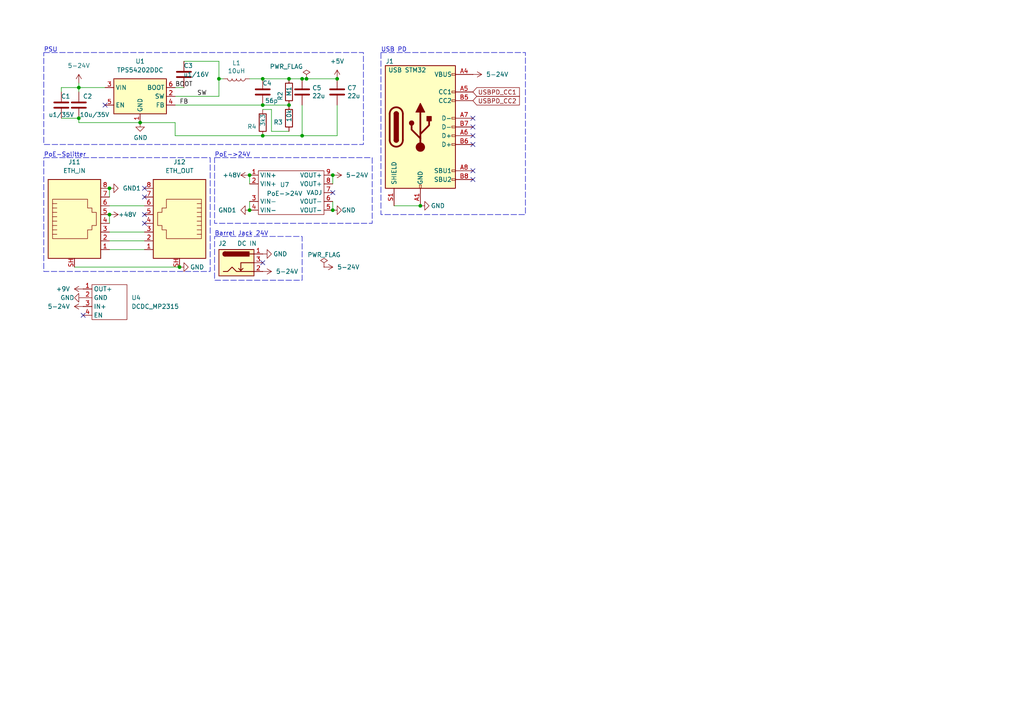
<source format=kicad_sch>
(kicad_sch (version 20250114) (generator "eeschema") (generator_version "9.0")
  (paper "A4")
  (lib_symbols
    (symbol "Connector:8P8C_Shielded" (pin_names (offset 1.016))
      (property "Reference" "J" (at -5.08 13.97 0))
      (property "Value" "8P8C_Shielded" (at 2.54 13.97 0))
      (symbol "8P8C_Shielded_0_1"
        (polyline (pts (xy -6.35 1.905) (xy -5.08 1.905) (xy -5.08 1.905)))
        (polyline (pts (xy -6.35 0.635) (xy -5.08 0.635) (xy -5.08 0.635)))
        (polyline (pts (xy -6.35 -0.635) (xy -5.08 -0.635) (xy -5.08 -0.635)))
        (polyline (pts (xy -6.35 -1.905) (xy -5.08 -1.905) (xy -5.08 -1.905)))
        (polyline (pts (xy -6.35 -3.175) (xy -5.08 -3.175) (xy -5.08 -3.175)))
        (polyline (pts (xy -6.35 -4.445) (xy -6.35 6.985) (xy 3.81 6.985) (xy 3.81 4.445) (xy 5.08 4.445) (xy 5.08 3.175) (xy 6.35 3.175) (xy 6.35 -0.635) (xy 5.08 -0.635) (xy 5.08 -1.905) (xy 3.81 -1.905) (xy 3.81 -4.445) (xy -6.35 -4.445) (xy -6.35 -4.445)))
        (polyline (pts (xy -5.08 5.715) (xy -6.35 5.715)))
        (polyline (pts (xy -5.08 4.445) (xy -6.35 4.445)))
        (polyline (pts (xy -5.08 3.175) (xy -6.35 3.175) (xy -6.35 3.175)))
        (rectangle (start 7.62 12.7) (end -7.62 -10.16) (stroke (width 0.254)) (fill (type background)))
      )
      (symbol "8P8C_Shielded_1_1"
        (pin passive line (at 0 -12.7 90) (length 2.54) (name "~") (number "SH"))
        (pin passive line (at 10.16 10.16 180) (length 2.54) (name "~") (number "8"))
        (pin passive line (at 10.16 7.62 180) (length 2.54) (name "~") (number "7"))
        (pin passive line (at 10.16 5.08 180) (length 2.54) (name "~") (number "6"))
        (pin passive line (at 10.16 2.54 180) (length 2.54) (name "~") (number "5"))
        (pin passive line (at 10.16 0 180) (length 2.54) (name "~") (number "4"))
        (pin passive line (at 10.16 -2.54 180) (length 2.54) (name "~") (number "3"))
        (pin passive line (at 10.16 -5.08 180) (length 2.54) (name "~") (number "2"))
        (pin passive line (at 10.16 -7.62 180) (length 2.54) (name "~") (number "1"))
      )
    )
    (symbol "Connector:Barrel_Jack_Switch" (pin_names (hide yes))
      (property "Reference" "J" (at 0 5.334 0))
      (property "Value" "Barrel_Jack_Switch" (at 0 -5.08 0))
      (symbol "Barrel_Jack_Switch_0_1"
        (rectangle (start -5.08 3.81) (end 5.08 -3.81) (stroke (width 0.254)) (fill (type background)))
        (polyline (pts (xy -3.81 -2.54) (xy -2.54 -2.54) (xy -1.27 -1.27) (xy 0 -2.54) (xy 2.54 -2.54) (xy 5.08 -2.54)) (stroke (width 0.254)))
        (arc (start -3.302 1.905) (mid -3.9343 2.54) (end -3.302 3.175) (stroke (width 0.254)))
        (arc (start -3.302 1.905) (mid -3.9343 2.54) (end -3.302 3.175) (stroke (width 0.254)) (fill (type outline)))
        (polyline (pts (xy 1.27 -2.286) (xy 1.905 -1.651)) (stroke (width 0.254)))
        (rectangle (start 3.683 3.175) (end -3.302 1.905) (stroke (width 0.254)) (fill (type outline)))
        (polyline (pts (xy 5.08 2.54) (xy 3.81 2.54)) (stroke (width 0.254)))
        (polyline (pts (xy 5.08 0) (xy 1.27 0) (xy 1.27 -2.286) (xy 0.635 -1.651)) (stroke (width 0.254)))
      )
      (symbol "Barrel_Jack_Switch_1_1"
        (pin passive line (at 7.62 2.54 180) (length 2.54) (name "~") (number "1"))
        (pin passive line (at 7.62 0 180) (length 2.54) (name "~") (number "3"))
        (pin passive line (at 7.62 -2.54 180) (length 2.54) (name "~") (number "2"))
      )
    )
    (symbol "Connector:USB_C_Receptacle_USB2.0_16P" (pin_names (offset 1.016))
      (property "Reference" "J" (at 0 22.225 0))
      (property "Value" "USB_C_Receptacle_USB2.0_16P" (at 0 19.685 0))
      (symbol "USB_C_Receptacle_USB2.0_16P_0_0"
        (rectangle (start -0.254 -17.78) (end 0.254 -16.764))
        (rectangle (start 10.16 15.494) (end 9.144 14.986))
        (rectangle (start 10.16 10.414) (end 9.144 9.906))
        (rectangle (start 10.16 7.874) (end 9.144 7.366))
        (rectangle (start 10.16 2.794) (end 9.144 2.286))
        (rectangle (start 10.16 0.254) (end 9.144 -0.254))
        (rectangle (start 10.16 -2.286) (end 9.144 -2.794))
        (rectangle (start 10.16 -4.826) (end 9.144 -5.334))
        (rectangle (start 10.16 -12.446) (end 9.144 -12.954))
        (rectangle (start 10.16 -14.986) (end 9.144 -15.494))
      )
      (symbol "USB_C_Receptacle_USB2.0_16P_0_1"
        (rectangle (start -10.16 17.78) (end 10.16 -17.78) (stroke (width 0.254)) (fill (type background)))
        (polyline (pts (xy -8.89 -3.81) (xy -8.89 3.81)) (stroke (width 0.508)))
        (rectangle (start -7.62 -3.81) (end -6.35 3.81) (stroke (width 0.254)) (fill (type outline)))
        (arc (start -7.62 3.81) (mid -6.985 4.4423) (end -6.35 3.81) (stroke (width 0.254)))
        (arc (start -7.62 3.81) (mid -6.985 4.4423) (end -6.35 3.81) (stroke (width 0.254)) (fill (type outline)))
        (arc (start -8.89 3.81) (mid -6.985 5.7067) (end -5.08 3.81) (stroke (width 0.508)))
        (arc (start -5.08 -3.81) (mid -6.985 -5.7067) (end -8.89 -3.81) (stroke (width 0.508)))
        (arc (start -6.35 -3.81) (mid -6.985 -4.4423) (end -7.62 -3.81) (stroke (width 0.254)))
        (arc (start -6.35 -3.81) (mid -6.985 -4.4423) (end -7.62 -3.81) (stroke (width 0.254)) (fill (type outline)))
        (polyline (pts (xy -5.08 3.81) (xy -5.08 -3.81)) (stroke (width 0.508)))
        (circle (center -2.54 1.143) (radius 0.635) (stroke (width 0.254)) (fill (type outline)))
        (polyline (pts (xy -1.27 4.318) (xy 0 6.858) (xy 1.27 4.318) (xy -1.27 4.318)) (stroke (width 0.254)) (fill (type outline)))
        (polyline (pts (xy 0 -2.032) (xy 2.54 0.508) (xy 2.54 1.778)) (stroke (width 0.508)))
        (polyline (pts (xy 0 -3.302) (xy -2.54 -0.762) (xy -2.54 0.508)) (stroke (width 0.508)))
        (polyline (pts (xy 0 -5.842) (xy 0 4.318)) (stroke (width 0.508)))
        (circle (center 0 -5.842) (radius 1.27) (fill (type outline)))
        (rectangle (start 1.905 1.778) (end 3.175 3.048) (stroke (width 0.254)) (fill (type outline)))
      )
      (symbol "USB_C_Receptacle_USB2.0_16P_1_1"
        (pin passive line (at -7.62 -22.86 90) (length 5.08) (name "SHIELD") (number "S1"))
        (pin passive line (at 0 -22.86 90) (length 5.08) (name "GND") (number "A1"))
        (pin passive line (at 0 -22.86 90) (length 5.08) (hide yes) (name "GND") (number "A12"))
        (pin passive line (at 0 -22.86 90) (length 5.08) (hide yes) (name "GND") (number "B1"))
        (pin passive line (at 0 -22.86 90) (length 5.08) (hide yes) (name "GND") (number "B12"))
        (pin passive line (at 15.24 15.24 180) (length 5.08) (name "VBUS") (number "A4"))
        (pin passive line (at 15.24 15.24 180) (length 5.08) (hide yes) (name "VBUS") (number "A9"))
        (pin passive line (at 15.24 15.24 180) (length 5.08) (hide yes) (name "VBUS") (number "B4"))
        (pin passive line (at 15.24 15.24 180) (length 5.08) (hide yes) (name "VBUS") (number "B9"))
        (pin bidirectional line (at 15.24 10.16 180) (length 5.08) (name "CC1") (number "A5"))
        (pin bidirectional line (at 15.24 7.62 180) (length 5.08) (name "CC2") (number "B5"))
        (pin bidirectional line (at 15.24 2.54 180) (length 5.08) (name "D-") (number "A7"))
        (pin bidirectional line (at 15.24 0 180) (length 5.08) (name "D-") (number "B7"))
        (pin bidirectional line (at 15.24 -2.54 180) (length 5.08) (name "D+") (number "A6"))
        (pin bidirectional line (at 15.24 -5.08 180) (length 5.08) (name "D+") (number "B6"))
        (pin bidirectional line (at 15.24 -12.7 180) (length 5.08) (name "SBU1") (number "A8"))
        (pin bidirectional line (at 15.24 -15.24 180) (length 5.08) (name "SBU2") (number "B8"))
      )
    )
    (symbol "Device:C" (pin_numbers (hide yes)) (pin_names (offset 0.254))
      (property "Reference" "C" (at 0.635 2.54 0))
      (property "Value" "C" (at 0.635 -2.54 0))
      (symbol "C_0_1"
        (polyline (pts (xy -2.032 0.762) (xy 2.032 0.762)) (stroke (width 0.508)))
        (polyline (pts (xy -2.032 -0.762) (xy 2.032 -0.762)) (stroke (width 0.508)))
      )
      (symbol "C_1_1"
        (pin passive line (at 0 3.81 270) (length 2.794) (name "~") (number "1"))
        (pin passive line (at 0 -3.81 90) (length 2.794) (name "~") (number "2"))
      )
    )
    (symbol "Device:L" (pin_numbers (hide yes)) (pin_names (offset 1.016) (hide yes))
      (property "Reference" "L" (at -1.27 0 90))
      (property "Value" "L" (at 1.905 0 90))
      (symbol "L_0_1"
        (arc (start 0 2.54) (mid 0.6323 1.905) (end 0 1.27))
        (arc (start 0 1.27) (mid 0.6323 0.635) (end 0 0))
        (arc (start 0 0) (mid 0.6323 -0.635) (end 0 -1.27))
        (arc (start 0 -1.27) (mid 0.6323 -1.905) (end 0 -2.54))
      )
      (symbol "L_1_1"
        (pin passive line (at 0 3.81 270) (length 1.27) (name "1") (number "1"))
        (pin passive line (at 0 -3.81 90) (length 1.27) (name "2") (number "2"))
      )
    )
    (symbol "Device:R" (pin_numbers (hide yes)) (pin_names (offset 0))
      (property "Reference" "R" (at 2.032 0 90))
      (property "Value" "R" (at 0 0 90))
      (symbol "R_0_1"
        (rectangle (start -1.016 -2.54) (end 1.016 2.54) (stroke (width 0.254)))
      )
      (symbol "R_1_1"
        (pin passive line (at 0 3.81 270) (length 1.27) (name "~") (number "1"))
        (pin passive line (at 0 -3.81 90) (length 1.27) (name "~") (number "2"))
      )
    )
    (symbol "Regulator_Switching:TPS54202DDC"
      (property "Reference" "U" (at -7.62 6.35 0))
      (property "Value" "TPS54202DDC" (at 0 6.35 0))
      (symbol "TPS54202DDC_0_1"
        (rectangle (start -7.62 5.08) (end 7.62 -5.08) (stroke (width 0.254)) (fill (type background)))
      )
      (symbol "TPS54202DDC_1_1"
        (pin power_in line (at -10.16 2.54 0) (length 2.54) (name "VIN") (number "3"))
        (pin input line (at -10.16 -2.54 0) (length 2.54) (name "EN") (number "5"))
        (pin power_in line (at 0 -7.62 90) (length 2.54) (name "GND") (number "1"))
        (pin passive line (at 10.16 2.54 180) (length 2.54) (name "BOOT") (number "6"))
        (pin power_out line (at 10.16 0 180) (length 2.54) (name "SW") (number "2"))
        (pin input line (at 10.16 -2.54 180) (length 2.54) (name "FB") (number "4"))
      )
    )
    (symbol "liebler_MODULES:DCDC_MP2315"
      (property "Reference" "U" (at 0 6.35 0))
      (property "Value" "DCDC_MP2315" (at 0 8.89 0))
      (symbol "DCDC_MP2315_0_1"
        (rectangle (start -5.08 5.08) (end 5.08 -5.08))
      )
      (symbol "DCDC_MP2315_1_1"
        (pin power_out line (at -7.62 3.81 0) (length 2.54) (name "OUT+") (number "1"))
        (pin power_in line (at -7.62 1.27 0) (length 2.54) (name "GND") (number "2"))
        (pin power_in line (at -7.62 -1.27 0) (length 2.54) (name "IN+") (number "3"))
        (pin input line (at -7.62 -3.81 0) (length 2.54) (name "EN") (number "4"))
      )
    )
    (symbol "liebler_MODULES:XC7010_MODULE"
      (property "Reference" "U" (at 0 7.874 0))
      (symbol "XC7010_MODULE_0_1"
        (rectangle (start -8.89 6.35) (end 10.16 -6.35))
      )
      (symbol "XC7010_MODULE_1_1"
        (pin power_in line (at -11.43 5.08 0) (length 2.54) (name "VIN+") (number "1"))
        (pin power_in line (at -11.43 2.54 0) (length 2.54) (name "VIN+") (number "2"))
        (pin power_in line (at -11.43 -2.54 0) (length 2.54) (name "VIN-") (number "3"))
        (pin power_in line (at -11.43 -5.08 0) (length 2.54) (name "VIN-") (number "4"))
        (pin power_out line (at 12.7 5.08 180) (length 2.54) (name "VOUT+") (number "9"))
        (pin power_out line (at 12.7 2.54 180) (length 2.54) (name "VOUT+") (number "8"))
        (pin input line (at 12.7 0 180) (length 2.54) (name "VADJ") (number "7"))
        (pin power_out line (at 12.7 -2.54 180) (length 2.54) (name "VOUT-") (number "6"))
        (pin power_out line (at 12.7 -5.08 180) (length 2.54) (name "VOUT-") (number "5"))
      )
    )
    (symbol "power:+48V" (power) (pin_numbers (hide yes)) (pin_names (offset 0) (hide yes))
      (property "Value" "+48V" (at 0 3.556 0))
      (symbol "+48V_0_1"
        (polyline (pts (xy -0.762 1.27) (xy 0 2.54)))
        (polyline (pts (xy 0 2.54) (xy 0.762 1.27)))
        (polyline (pts (xy 0 0) (xy 0 2.54)))
      )
      (symbol "+48V_1_1"
        (pin power_in line (at 0 0 90) (length 0) (name "~") (number "1"))
      )
    )
    (symbol "power:+5V" (power) (pin_numbers (hide yes)) (pin_names (offset 0) (hide yes))
      (property "Value" "+5V" (at 0 3.556 0))
      (symbol "+5V_0_1"
        (polyline (pts (xy -0.762 1.27) (xy 0 2.54)))
        (polyline (pts (xy 0 2.54) (xy 0.762 1.27)))
        (polyline (pts (xy 0 0) (xy 0 2.54)))
      )
      (symbol "+5V_1_1"
        (pin power_in line (at 0 0 90) (length 0) (name "~") (number "1"))
      )
    )
    (symbol "power:+9V" (power) (pin_numbers (hide yes)) (pin_names (offset 0) (hide yes))
      (property "Value" "+9V" (at 0 3.556 0))
      (symbol "+9V_0_1"
        (polyline (pts (xy -0.762 1.27) (xy 0 2.54)))
        (polyline (pts (xy 0 2.54) (xy 0.762 1.27)))
        (polyline (pts (xy 0 0) (xy 0 2.54)))
      )
      (symbol "+9V_1_1"
        (pin power_in line (at 0 0 90) (length 0) (name "~") (number "1"))
      )
    )
    (symbol "power:+VSW" (power) (pin_numbers (hide yes)) (pin_names (offset 0) (hide yes))
      (property "Value" "+VSW" (at 0 3.556 0))
      (symbol "+VSW_0_1"
        (polyline (pts (xy -0.762 1.27) (xy 0 2.54)))
        (polyline (pts (xy 0 2.54) (xy 0.762 1.27)))
        (polyline (pts (xy 0 0) (xy 0 2.54)))
      )
      (symbol "+VSW_1_1"
        (pin power_in line (at 0 0 90) (length 0) (name "~") (number "1"))
      )
    )
    (symbol "power:GND" (power) (pin_numbers (hide yes)) (pin_names (offset 0) (hide yes))
      (property "Value" "GND" (at 0 -3.81 0))
      (symbol "GND_0_1"
        (polyline (pts (xy 0 0) (xy 0 -1.27) (xy 1.27 -1.27) (xy 0 -2.54) (xy -1.27 -1.27) (xy 0 -1.27)))
      )
      (symbol "GND_1_1"
        (pin power_in line (at 0 0 270) (length 0) (name "~") (number "1"))
      )
    )
    (symbol "power:GND1" (power) (pin_numbers (hide yes)) (pin_names (offset 0) (hide yes))
      (property "Value" "GND1" (at 0 -3.81 0))
      (symbol "GND1_0_1"
        (polyline (pts (xy 0 0) (xy 0 -1.27) (xy 1.27 -1.27) (xy 0 -2.54) (xy -1.27 -1.27) (xy 0 -1.27)))
      )
      (symbol "GND1_1_1"
        (pin power_in line (at 0 0 270) (length 0) (name "~") (number "1"))
      )
    )
    (symbol "power:PWR_FLAG" (power) (pin_numbers (hide yes)) (pin_names (offset 0) (hide yes))
      (property "Value" "PWR_FLAG" (at 0 3.81 0))
      (symbol "PWR_FLAG_0_0"
        (pin power_out line (at 0 0 90) (length 0) (name "~") (number "1"))
      )
      (symbol "PWR_FLAG_0_1"
        (polyline (pts (xy 0 0) (xy 0 1.27) (xy -1.016 1.905) (xy 0 2.54) (xy 1.016 1.905) (xy 0 1.27)))
      )
    )
  )
  (rectangle (start 12.7 45.72) (end 60.96 78.74) (stroke (width 0) (type dash)))
  (rectangle (start 62.23 68.58) (end 87.63 81.28) (stroke (width 0) (type dash)))
  (rectangle (start 12.7 15.24) (end 105.41 41.91) (stroke (width 0) (type dash)))
  (rectangle (start 62.23 45.72) (end 107.95 64.77) (stroke (width 0) (type dash)))
  (rectangle (start 110.49 15.24) (end 152.4 62.23) (stroke (width 0) (type dash)))
  (text "PSU" (at 12.7 15.24 0) (effects (font (size 1.27 1.27)) (justify left bottom)))
  (text "PoE->24V" (at 62.23 45.72 0) (effects (font (size 1.27 1.27)) (justify left bottom)))
  (text "Barrel Jack 24V" (at 62.23 68.58 0) (effects (font (size 1.27 1.27)) (justify left bottom)))
  (text "USB PD" (at 110.49 15.24 0) (effects (font (size 1.27 1.27)) (justify left bottom)))
  (text "PoE-Splitter" (at 12.7 45.72 0) (effects (font (size 1.27 1.27)) (justify left bottom)))
  (junction (at 87.63 22.86))
  (junction (at 76.2 30.48))
  (junction (at 31.75 62.23))
  (junction (at 96.52 50.8))
  (junction (at 76.2 39.37))
  (junction (at 31.75 54.61))
  (junction (at 72.39 60.96))
  (junction (at 22.86 34.29))
  (junction (at 87.63 39.37))
  (junction (at 83.82 22.86))
  (junction (at 22.86 25.4))
  (junction (at 88.9 22.86))
  (junction (at 96.52 60.96))
  (junction (at 63.5 22.86))
  (junction (at 52.07 77.47))
  (junction (at 40.64 35.56))
  (junction (at 121.92 59.69))
  (junction (at 97.79 22.86))
  (junction (at 72.39 50.8))
  (junction (at 83.82 30.48))
  (junction (at 76.2 22.86))
  (no_connect (at 24.13 91.44))
  (no_connect (at 137.16 41.91))
  (no_connect (at 41.91 57.15))
  (no_connect (at 137.16 39.37))
  (no_connect (at 137.16 52.07))
  (no_connect (at 41.91 62.23))
  (no_connect (at 137.16 36.83))
  (no_connect (at 76.2 76.2))
  (no_connect (at 137.16 49.53))
  (no_connect (at 137.16 34.29))
  (no_connect (at 96.52 55.88))
  (no_connect (at 41.91 64.77))
  (no_connect (at 41.91 54.61))
  (no_connect (at 30.48 30.48))
  (wire (pts (xy 72.39 22.86) (xy 76.2 22.86)))
  (wire (pts (xy 78.74 38.1) (xy 78.74 31.75)))
  (wire (pts (xy 76.2 22.86) (xy 83.82 22.86)))
  (wire (pts (xy 88.9 22.86) (xy 97.79 22.86)))
  (wire (pts (xy 96.52 58.42) (xy 96.52 60.96)))
  (wire (pts (xy 87.63 30.48) (xy 87.63 39.37)))
  (wire (pts (xy 64.77 22.86) (xy 63.5 22.86)))
  (wire (pts (xy 72.39 50.8) (xy 72.39 53.34)))
  (wire (pts (xy 31.75 69.85) (xy 41.91 69.85)))
  (wire (pts (xy 22.86 25.4) (xy 30.48 25.4)))
  (wire (pts (xy 53.34 25.4) (xy 50.8 25.4)))
  (wire (pts (xy 50.8 39.37) (xy 76.2 39.37)))
  (wire (pts (xy 17.78 25.4) (xy 22.86 25.4)))
  (wire (pts (xy 22.86 35.56) (xy 22.86 34.29)))
  (wire (pts (xy 31.75 54.61) (xy 31.75 57.15)))
  (wire (pts (xy 72.39 58.42) (xy 72.39 60.96)))
  (wire (pts (xy 63.5 22.86) (xy 63.5 27.94)))
  (wire (pts (xy 76.2 39.37) (xy 87.63 39.37)))
  (wire (pts (xy 31.75 59.69) (xy 41.91 59.69)))
  (wire (pts (xy 22.86 26.67) (xy 22.86 25.4)))
  (wire (pts (xy 53.34 17.78) (xy 63.5 17.78)))
  (wire (pts (xy 96.52 50.8) (xy 96.52 53.34)))
  (wire (pts (xy 50.8 30.48) (xy 76.2 30.48)))
  (wire (pts (xy 87.63 22.86) (xy 88.9 22.86)))
  (wire (pts (xy 83.82 38.1) (xy 78.74 38.1)))
  (wire (pts (xy 83.82 22.86) (xy 87.63 22.86)))
  (wire (pts (xy 22.86 35.56) (xy 40.64 35.56)))
  (wire (pts (xy 50.8 27.94) (xy 63.5 27.94)))
  (wire (pts (xy 31.75 62.23) (xy 31.75 64.77)))
  (wire (pts (xy 31.75 72.39) (xy 41.91 72.39)))
  (wire (pts (xy 31.75 67.31) (xy 41.91 67.31)))
  (wire (pts (xy 17.78 26.67) (xy 17.78 25.4)))
  (wire (pts (xy 78.74 31.75) (xy 76.2 31.75)))
  (wire (pts (xy 50.8 35.56) (xy 40.64 35.56)))
  (wire (pts (xy 22.86 25.4) (xy 22.86 24.13)))
  (wire (pts (xy 21.59 77.47) (xy 52.07 77.47)))
  (wire (pts (xy 97.79 30.48) (xy 97.79 39.37)))
  (wire (pts (xy 87.63 39.37) (xy 97.79 39.37)))
  (wire (pts (xy 17.78 34.29) (xy 22.86 34.29)))
  (wire (pts (xy 76.2 30.48) (xy 83.82 30.48)))
  (wire (pts (xy 114.3 59.69) (xy 121.92 59.69)))
  (wire (pts (xy 50.8 39.37) (xy 50.8 35.56)))
  (wire (pts (xy 63.5 17.78) (xy 63.5 22.86)))
  (label "BOOT" (at 50.8 25.4 0))
  (label "FB" (at 52.07 30.48 0))
  (label "SW" (at 57.15 27.94 0))
  (global_label "USBPD_CC2" (shape input) (at 137.16 29.21 0) (property "Intersheetrefs" "${INTERSHEET_REFS}" (effects (hide yes))))
  (global_label "USBPD_CC1" (shape input) (at 137.16 26.67 0) (property "Intersheetrefs" "${INTERSHEET_REFS}" (effects (hide yes))))
  (symbol (lib_id "power:+9V") (at 24.13 83.82 90) (unit 1)
    (property "Reference" "#PWR070" (effects (hide yes)))
    (property "Value" "+9V" (at 20.32 83.8199 90) (effects (justify left)))
    (property "Description" "Power symbol creates a global label with name \"+9V\"" (effects (hide yes)))
  )
  (symbol (lib_id "power:GND") (at 52.07 77.47 90) (unit 1)
    (property "Reference" "#PWR080" (effects (hide yes)))
    (property "Value" "GND" (at 55.118 77.47 90) (effects (justify right)))
    (property "Description" "Power symbol creates a global label with name \"GND\" , ground" (effects (hide yes)))
  )
  (symbol (lib_id "power:+VSW") (at 96.52 50.8 270) (unit 1)
    (property "Reference" "#PWR041" (effects (hide yes)))
    (property "Value" "5-24V" (at 100.33 50.7999 90) (effects (justify left)))
    (property "Description" "Power symbol creates a global label with name \"+VSW\"" (effects (hide yes)))
  )
  (symbol (lib_id "Connector:8P8C_Shielded") (at 21.59 64.77 0) (unit 1)
    (property "Reference" "J11" (at 21.59 46.99 0))
    (property "Value" "ETH_IN" (at 21.59 49.53 0))
    (property "Footprint" "liebler_CONN:RJ45_WithoutMagneticsTHT" (effects (hide yes)))
    (property "Description" "RJ connector, 8P8C (8 positions 8 connected), RJ31/RJ32/RJ33/RJ34/RJ35/RJ41/RJ45/RJ49/RJ61, Shielded" (effects (hide yes)))
  )
  (symbol (lib_id "Device:R") (at 76.2 35.56 180) (unit 1)
    (property "Reference" "R4" (at 74.422 36.7284 0) (effects (justify left)))
    (property "Value" "3k3" (at 76.2 33.02 90) (effects (justify left)))
    (property "Footprint" "Resistor_SMD:R_0402_1005Metric" (effects (hide yes)))
    (property "MPN" "0402WGF3301TCE" (effects (hide yes)))
    (property "Manufacturer" "UNI-ROYAL(Uniroyal Elec)" (effects (hide yes)))
  )
  (symbol (lib_id "power:GND1") (at 72.39 60.96 270) (unit 1)
    (property "Reference" "#PWR084" (effects (hide yes)))
    (property "Value" "GND1" (at 68.58 60.9599 90) (effects (justify right)))
    (property "Description" "Power symbol creates a global label with name \"GND1\" , ground" (effects (hide yes)))
  )
  (symbol (lib_id "liebler_MODULES:XC7010_MODULE") (at 83.82 55.88 0) (unit 1)
    (property "Reference" "U7" (at 82.55 53.594 0))
    (property "Value" "PoE->24V" (at 82.55 56.134 0))
    (property "Footprint" "liebler_MODULES:XC7010_DCDC_ISOLATED_MODUEL" (effects (hide yes)))
  )
  (symbol (lib_id "power:+VSW") (at 76.2 78.74 270) (unit 1)
    (property "Reference" "#PWR06" (effects (hide yes)))
    (property "Value" "5-24V" (at 80.01 78.7399 90) (effects (justify left)))
    (property "Description" "Power symbol creates a global label with name \"+VSW\"" (effects (hide yes)))
  )
  (symbol (lib_id "power:+VSW") (at 24.13 88.9 90) (unit 1)
    (property "Reference" "#PWR044" (effects (hide yes)))
    (property "Value" "5-24V" (at 20.32 88.8999 90) (effects (justify left)))
    (property "Description" "Power symbol creates a global label with name \"+VSW\"" (effects (hide yes)))
  )
  (symbol (lib_id "power:+VSW") (at 93.98 77.47 270) (unit 1)
    (property "Reference" "#PWR07" (effects (hide yes)))
    (property "Value" "5-24V" (at 97.79 77.4699 90) (effects (justify left)))
    (property "Description" "Power symbol creates a global label with name \"+VSW\"" (effects (hide yes)))
  )
  (symbol (lib_id "Regulator_Switching:TPS54202DDC") (at 40.64 27.94 0) (unit 1)
    (property "Reference" "U1" (at 40.64 17.78 0))
    (property "Value" "TPS54202DDC" (at 40.64 20.32 0))
    (property "Footprint" "Package_TO_SOT_SMD:SOT-23-6_Handsoldering" (effects (hide yes)))
    (property "Datasheet" "http://www.ti.com/lit/ds/symlink/tps54202.pdf" (effects (hide yes)))
    (property "MPN" "TPS54202DDCR" (effects (hide yes)))
    (property "Manufacturer" "Texas Instruments" (effects (hide yes)))
  )
  (symbol (lib_id "Device:C") (at 97.79 26.67 0) (unit 1)
    (property "Reference" "C7" (at 100.711 25.5016 0) (effects (justify left)))
    (property "Value" "22u" (at 100.711 27.813 0) (effects (justify left)))
    (property "Footprint" "Capacitor_SMD:C_0805_2012Metric" (effects (hide yes)))
    (property "MPN" "CL10A226MP8NUNE" (effects (hide yes)))
    (property "Manufacturer" "Samsung Electro-Mechanics" (effects (hide yes)))
  )
  (symbol (lib_id "Connector:Barrel_Jack_Switch") (at 68.58 76.2 0) (unit 1)
    (property "Reference" "J2" (at 64.516 70.612 0))
    (property "Value" "DC IN" (at 71.628 70.612 0))
    (property "Footprint" "Connector_BarrelJack:BarrelJack_Horizontal" (effects (hide yes)))
    (property "Description" "DC Barrel Jack with an internal switch" (effects (hide yes)))
    (property "MPN" "DC-005 2.0" (effects (hide yes)))
    (property "Manufacturer" "BOOMELE(Boom Precision Elec)" (effects (hide yes)))
  )
  (symbol (lib_id "power:GND") (at 40.64 35.56 0) (unit 1)
    (property "Reference" "#PWR02" (effects (hide yes)))
    (property "Value" "GND" (at 40.767 39.9542 0))
    (property "Description" "Power symbol creates a global label with name \"GND\" , ground" (effects (hide yes)))
  )
  (symbol (lib_id "Device:R") (at 83.82 34.29 180) (unit 1)
    (property "Reference" "R3" (at 82.042 35.4584 0) (effects (justify left)))
    (property "Value" "10k" (at 83.82 31.75 90) (effects (justify left)))
    (property "Footprint" "Resistor_SMD:R_0201_0603Metric" (effects (hide yes)))
    (property "MPN" "0201WMF1002TEE" (effects (hide yes)))
    (property "Manufacturer" "UNI-ROYAL(Uniroyal Elec)" (effects (hide yes)))
  )
  (symbol (lib_id "Device:R") (at 83.82 26.67 0) (unit 1)
    (property "Reference" "R2" (at 81.28 29.21 90) (effects (justify left)))
    (property "Value" "M1" (at 83.82 27.94 90) (effects (justify left)))
    (property "Footprint" "Resistor_SMD:R_0402_1005Metric" (effects (hide yes)))
    (property "MPN" "0201WMF1003TEE" (effects (hide yes)))
    (property "Manufacturer" "UNI-ROYAL(Uniroyal Elec)" (effects (hide yes)))
  )
  (symbol (lib_id "Device:L") (at 68.58 22.86 270) (unit 1)
    (property "Reference" "L1" (at 68.58 18.2626 90))
    (property "Value" "10uH" (at 68.58 20.574 90))
    (property "Footprint" "Inductor_SMD:L_Abracon_ASPI-0630LR" (effects (hide yes)))
    (property "Datasheet" "C408449" (effects (hide yes)))
    (property "MPN" "FXL0630-100-M" (effects (hide yes)))
    (property "Manufacturer" "cjiang (Changjiang Microelectronics Tech)" (effects (hide yes)))
  )
  (symbol (lib_id "liebler_MODULES:DCDC_MP2315") (at 31.75 87.63 0) (unit 1)
    (property "Reference" "U4" (at 38.1 86.3599 0) (effects (justify left)))
    (property "Value" "DCDC_MP2315" (at 38.1 88.8999 0) (effects (justify left)))
    (property "Footprint" "liebler_MODULES:DCDC_MP2315" (effects (hide yes)))
  )
  (symbol (lib_id "Device:C") (at 53.34 21.59 180) (unit 1)
    (property "Reference" "C3" (at 54.61 19.05 0))
    (property "Value" "u1/16V" (at 56.896 21.59 0))
    (property "Footprint" "Capacitor_SMD:C_0603_1608Metric" (effects (hide yes)))
    (property "MPN" "CC0603KRX7R9BB104" (effects (hide yes)))
    (property "Manufacturer" "YAGEO" (effects (hide yes)))
  )
  (symbol (lib_id "Device:C") (at 87.63 26.67 0) (unit 1)
    (property "Reference" "C5" (at 90.551 25.5016 0) (effects (justify left)))
    (property "Value" "22u" (at 90.551 27.813 0) (effects (justify left)))
    (property "Footprint" "Capacitor_SMD:C_0805_2012Metric" (effects (hide yes)))
    (property "MPN" "CL10A226MP8NUNE" (effects (hide yes)))
    (property "Manufacturer" "Samsung Electro-Mechanics" (effects (hide yes)))
  )
  (symbol (lib_id "power:GND") (at 24.13 86.36 270) (unit 1)
    (property "Reference" "#PWR069" (effects (hide yes)))
    (property "Value" "GND" (at 21.59 86.36 90) (effects (justify right)))
    (property "Description" "Power symbol creates a global label with name \"GND\" , ground" (effects (hide yes)))
  )
  (symbol (lib_id "power:PWR_FLAG") (at 93.98 77.47 0) (unit 1)
    (property "Reference" "#FLG03" (effects (hide yes)))
    (property "Value" "PWR_FLAG" (at 93.98 73.914 0))
    (property "Description" "Special symbol for telling ERC where power comes from" (effects (hide yes)))
  )
  (symbol (lib_id "power:+VSW") (at 137.16 21.59 270) (unit 1)
    (property "Reference" "#PWR091" (effects (hide yes)))
    (property "Value" "5-24V" (at 140.97 21.5899 90) (effects (justify left)))
    (property "Description" "Power symbol creates a global label with name \"+VSW\"" (effects (hide yes)))
  )
  (symbol (lib_id "power:PWR_FLAG") (at 88.9 22.86 0) (unit 1)
    (property "Reference" "#FLG01" (effects (hide yes)))
    (property "Value" "PWR_FLAG" (at 83.058 19.304 0))
    (property "Description" "Special symbol for telling ERC where power comes from" (effects (hide yes)))
  )
  (symbol (lib_id "power:+VSW") (at 22.86 24.13 0) (unit 1)
    (property "Reference" "#PWR01" (effects (hide yes)))
    (property "Value" "5-24V" (at 22.86 19.05 0))
    (property "Description" "Power symbol creates a global label with name \"+VSW\"" (effects (hide yes)))
  )
  (symbol (lib_id "Device:C") (at 76.2 26.67 180) (unit 1)
    (property "Reference" "C4" (at 77.47 24.13 0))
    (property "Value" "56p" (at 78.74 29.21 0))
    (property "Footprint" "Capacitor_SMD:C_0402_1005Metric" (effects (hide yes)))
    (property "MPN" "CC0402JRNPO9BN560" (effects (hide yes)))
    (property "Manufacturer" "YAGEO" (effects (hide yes)))
  )
  (symbol (lib_id "Connector:8P8C_Shielded") (at 52.07 64.77 0) (mirror y) (unit 1)
    (property "Reference" "J12" (at 52.07 46.99 0))
    (property "Value" "ETH_OUT" (at 52.07 49.53 0))
    (property "Footprint" "liebler_CONN:RJ45_WithoutMagneticsTHT" (effects (hide yes)))
    (property "Description" "RJ connector, 8P8C (8 positions 8 connected), RJ31/RJ32/RJ33/RJ34/RJ35/RJ41/RJ45/RJ49/RJ61, Shielded" (effects (hide yes)))
  )
  (symbol (lib_id "Device:C") (at 17.78 30.48 180) (unit 1)
    (property "Reference" "C1" (at 19.05 27.94 0))
    (property "Value" "u1/35V" (at 17.78 33.274 0))
    (property "Footprint" "Capacitor_SMD:C_0603_1608Metric" (effects (hide yes)))
    (property "MPN" "CC0603KRX7R9BB104" (effects (hide yes)))
    (property "Manufacturer" "YAGEO" (effects (hide yes)))
  )
  (symbol (lib_id "power:GND1") (at 31.75 54.61 90) (unit 1)
    (property "Reference" "#PWR081" (effects (hide yes)))
    (property "Value" "GND1" (at 35.56 54.6099 90) (effects (justify right)))
    (property "Description" "Power symbol creates a global label with name \"GND1\" , ground" (effects (hide yes)))
  )
  (symbol (lib_id "power:GND") (at 96.52 60.96 90) (unit 1)
    (property "Reference" "#PWR086" (effects (hide yes)))
    (property "Value" "GND" (at 99.06 60.96 90) (effects (justify right)))
    (property "Description" "Power symbol creates a global label with name \"GND\" , ground" (effects (hide yes)))
  )
  (symbol (lib_id "power:+48V") (at 31.75 62.23 270) (unit 1)
    (property "Reference" "#PWR082" (effects (hide yes)))
    (property "Value" "+48V" (at 34.29 62.23 90) (effects (justify left)))
    (property "Description" "Power symbol creates a global label with name \"+48V\"" (effects (hide yes)))
  )
  (symbol (lib_id "Device:C") (at 22.86 30.48 180) (unit 1)
    (property "Reference" "C2" (at 25.4 27.94 0))
    (property "Value" "10u/35V" (at 27.432 33.274 0))
    (property "Footprint" "Capacitor_SMD:C_0805_2012Metric" (effects (hide yes)))
    (property "MPN" "CGA0805X5R106K350MT" (effects (hide yes)))
    (property "Manufacturer" "HRE" (effects (hide yes)))
  )
  (symbol (lib_id "power:GND") (at 76.2 73.66 90) (unit 1)
    (property "Reference" "#PWR05" (effects (hide yes)))
    (property "Value" "GND" (at 81.28 73.66 90))
    (property "Description" "Power symbol creates a global label with name \"GND\" , ground" (effects (hide yes)))
  )
  (symbol (lib_id "power:GND") (at 121.92 59.69 90) (unit 1)
    (property "Reference" "#PWR04" (effects (hide yes)))
    (property "Value" "GND" (at 127 59.69 90))
    (property "Description" "Power symbol creates a global label with name \"GND\" , ground" (effects (hide yes)))
  )
  (symbol (lib_id "power:+48V") (at 72.39 50.8 90) (unit 1)
    (property "Reference" "#PWR083" (effects (hide yes)))
    (property "Value" "+48V" (at 69.85 50.8 90) (effects (justify left)))
    (property "Description" "Power symbol creates a global label with name \"+48V\"" (effects (hide yes)))
  )
  (symbol (lib_id "power:+5V") (at 97.79 22.86 0) (unit 1)
    (property "Reference" "#PWR09" (effects (hide yes)))
    (property "Value" "+5V" (at 97.79 17.78 0))
    (property "Description" "Power symbol creates a global label with name \"+5V\"" (effects (hide yes)))
  )
  (symbol (lib_id "Connector:USB_C_Receptacle_USB2.0_16P") (at 121.92 36.83 0) (unit 1)
    (property "Reference" "J1" (at 113.03 17.78 0))
    (property "Value" "USB STM32" (at 118.11 20.32 0))
    (property "Footprint" "liebler_CONN:USB_C_Receptacle_HRO_TYPE-C-31-M-12_smaller" (effects (hide yes)))
    (property "Datasheet" "https://www.usb.org/sites/default/files/documents/usb_type-c.zip" (effects (hide yes)))
    (property "Description" "USB 2.0-only 16P Type-C Receptacle connector" (effects (hide yes)))
    (property "MPN" "TYPE-C-31-M-12" (effects (hide yes)))
    (property "Manufacturer" "Korean Hroparts Elec" (effects (hide yes)))
  )
)
</source>
